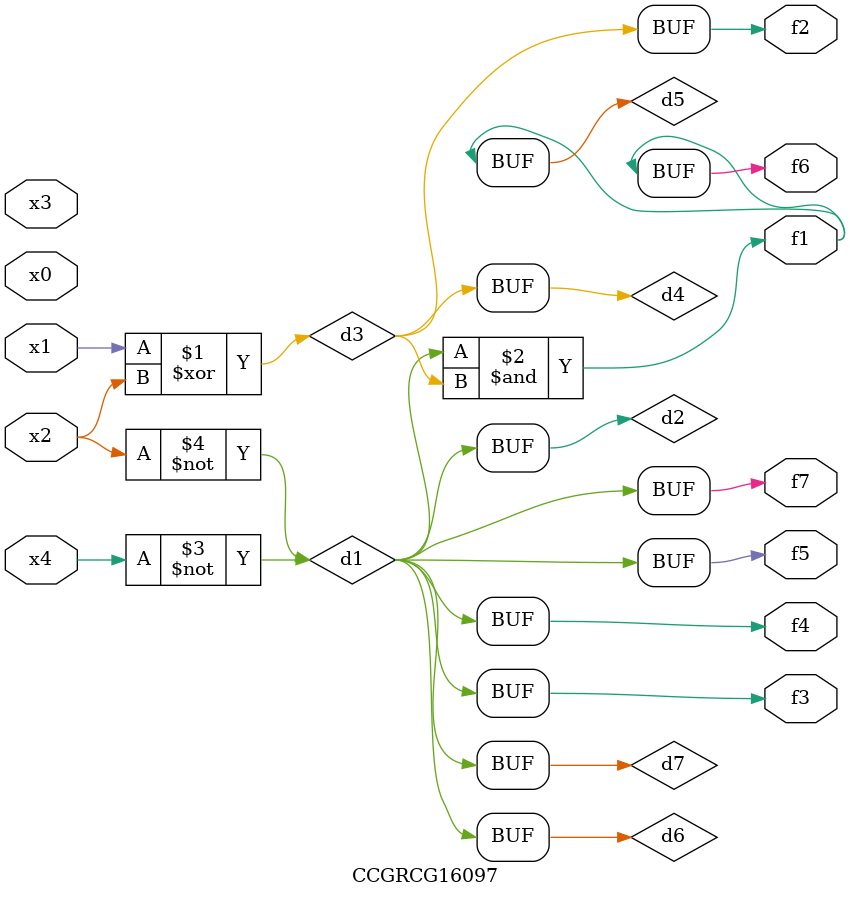
<source format=v>
module CCGRCG16097(
	input x0, x1, x2, x3, x4,
	output f1, f2, f3, f4, f5, f6, f7
);

	wire d1, d2, d3, d4, d5, d6, d7;

	not (d1, x4);
	not (d2, x2);
	xor (d3, x1, x2);
	buf (d4, d3);
	and (d5, d1, d3);
	buf (d6, d1, d2);
	buf (d7, d2);
	assign f1 = d5;
	assign f2 = d4;
	assign f3 = d7;
	assign f4 = d7;
	assign f5 = d7;
	assign f6 = d5;
	assign f7 = d7;
endmodule

</source>
